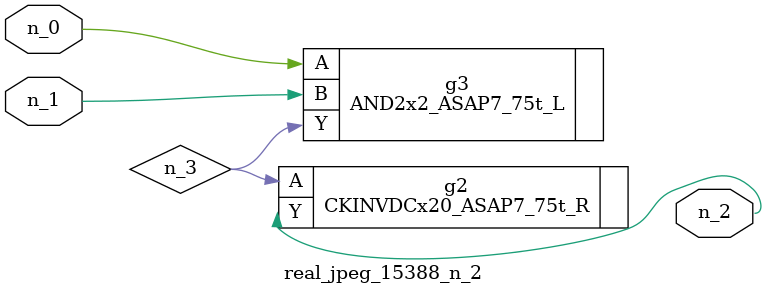
<source format=v>
module real_jpeg_15388_n_2 (n_1, n_0, n_2);

input n_1;
input n_0;

output n_2;

wire n_3;

AND2x2_ASAP7_75t_L g3 ( 
.A(n_0),
.B(n_1),
.Y(n_3)
);

CKINVDCx20_ASAP7_75t_R g2 ( 
.A(n_3),
.Y(n_2)
);


endmodule
</source>
